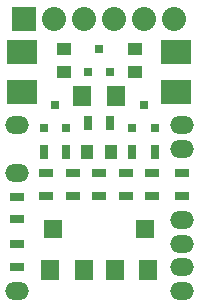
<source format=gts>
G04 #@! TF.FileFunction,Soldermask,Top*
%FSLAX46Y46*%
G04 Gerber Fmt 4.6, Leading zero omitted, Abs format (unit mm)*
G04 Created by KiCad (PCBNEW 4.0.5) date Sat Mar 11 22:07:51 2017*
%MOMM*%
%LPD*%
G01*
G04 APERTURE LIST*
%ADD10C,0.101600*%
%ADD11O,2.000000X1.500000*%
%ADD12R,1.500000X1.500000*%
%ADD13O,2.032000X2.032000*%
%ADD14R,2.032000X2.032000*%
%ADD15R,2.500000X2.000000*%
%ADD16R,1.300000X0.700000*%
%ADD17R,0.700000X1.300000*%
%ADD18R,1.250000X1.000000*%
%ADD19R,0.800100X0.800100*%
%ADD20R,1.000000X1.250000*%
%ADD21R,1.597660X1.800860*%
G04 APERTURE END LIST*
D10*
D11*
X45000000Y-36250000D03*
X45000000Y-40250000D03*
X45000000Y-50250000D03*
X59000000Y-50250000D03*
X59000000Y-48250000D03*
X59000000Y-46250000D03*
X59000000Y-44250000D03*
X59000000Y-38250000D03*
X59000000Y-36250000D03*
D12*
X55900000Y-45000000D03*
X48100000Y-45000000D03*
D13*
X58350000Y-27250000D03*
X55810000Y-27250000D03*
X53270000Y-27250000D03*
D14*
X45650000Y-27250000D03*
D13*
X48190000Y-27250000D03*
X50730000Y-27250000D03*
D15*
X45500000Y-33450000D03*
X45500000Y-30050000D03*
X58500000Y-33450000D03*
X58500000Y-30050000D03*
D16*
X47500000Y-42200000D03*
X47500000Y-40300000D03*
X54250000Y-40300000D03*
X54250000Y-42200000D03*
X45000000Y-46300000D03*
X45000000Y-48200000D03*
X56500000Y-40300000D03*
X56500000Y-42200000D03*
D17*
X56700000Y-38500000D03*
X54800000Y-38500000D03*
D18*
X49000000Y-29750000D03*
X49000000Y-31750000D03*
X55000000Y-31750000D03*
X55000000Y-29750000D03*
D19*
X51050000Y-31750760D03*
X52950000Y-31750760D03*
X52000000Y-29751780D03*
D20*
X53000000Y-38500000D03*
X51000000Y-38500000D03*
D21*
X50580140Y-33750000D03*
X53419860Y-33750000D03*
X53330140Y-48500000D03*
X56169860Y-48500000D03*
X47830140Y-48500000D03*
X50669860Y-48500000D03*
D19*
X47300000Y-36500760D03*
X49200000Y-36500760D03*
X48250000Y-34501780D03*
X54800000Y-36500760D03*
X56700000Y-36500760D03*
X55750000Y-34501780D03*
D16*
X52000000Y-42200000D03*
X52000000Y-40300000D03*
X45000000Y-44200000D03*
X45000000Y-42300000D03*
D17*
X47300000Y-38500000D03*
X49200000Y-38500000D03*
X51050000Y-36000000D03*
X52950000Y-36000000D03*
D16*
X59000000Y-42200000D03*
X59000000Y-40300000D03*
X49750000Y-40300000D03*
X49750000Y-42200000D03*
M02*

</source>
